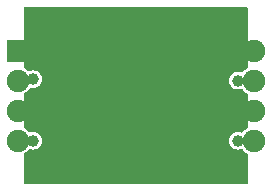
<source format=gbl>
%TF.GenerationSoftware,KiCad,Pcbnew,8.0.9-8.0.9-0~ubuntu24.04.1*%
%TF.CreationDate,2025-07-21T09:14:06-04:00*%
%TF.ProjectId,cap_multiplier_tile,6361705f-6d75-46c7-9469-706c6965725f,0.1.X*%
%TF.SameCoordinates,Original*%
%TF.FileFunction,Copper,L2,Bot*%
%TF.FilePolarity,Positive*%
%FSLAX46Y46*%
G04 Gerber Fmt 4.6, Leading zero omitted, Abs format (unit mm)*
G04 Created by KiCad (PCBNEW 8.0.9-8.0.9-0~ubuntu24.04.1) date 2025-07-21 09:14:06*
%MOMM*%
%LPD*%
G01*
G04 APERTURE LIST*
%TA.AperFunction,CastellatedPad*%
%ADD10R,1.900000X1.900000*%
%TD*%
%TA.AperFunction,CastellatedPad*%
%ADD11C,1.900000*%
%TD*%
%TA.AperFunction,TestPad*%
%ADD12C,1.000000*%
%TD*%
%TA.AperFunction,ViaPad*%
%ADD13C,0.600000*%
%TD*%
%TA.AperFunction,Conductor*%
%ADD14C,0.203200*%
%TD*%
%TA.AperFunction,Conductor*%
%ADD15C,0.200000*%
%TD*%
%TA.AperFunction,Conductor*%
%ADD16C,0.500000*%
%TD*%
G04 APERTURE END LIST*
D10*
%TO.P,J1,1,GND*%
%TO.N,GND*%
X-10000000Y3810000D03*
D11*
%TO.P,J1,2,V+IN*%
%TO.N,/V+IN*%
X-10000000Y1270000D03*
%TO.P,J1,3,GND*%
%TO.N,GND*%
X-10000000Y-1270000D03*
%TO.P,J1,4,V-IN*%
%TO.N,/V-IN*%
X-10000000Y-3810000D03*
%TO.P,J1,5,V-OUT*%
%TO.N,/V-OUT*%
X10000000Y-3810000D03*
%TO.P,J1,6,GND*%
%TO.N,GND*%
X10000000Y-1270000D03*
%TO.P,J1,7,V+OUT*%
%TO.N,/V+OUT*%
X10000000Y1270000D03*
%TO.P,J1,8,GND*%
%TO.N,GND*%
X10000000Y3810000D03*
%TD*%
D12*
%TO.P,TP4,1,1*%
%TO.N,GND*%
X-8700000Y3800000D03*
%TD*%
%TO.P,TP6,1,1*%
%TO.N,GND*%
X8600000Y3800000D03*
%TD*%
%TO.P,TP2,1,1*%
%TO.N,/V-OUT*%
X8650000Y-3800000D03*
%TD*%
%TO.P,TP3,1,1*%
%TO.N,GND*%
X8650000Y-1350000D03*
%TD*%
%TO.P,TP1,1,1*%
%TO.N,/V+OUT*%
X8650000Y1300000D03*
%TD*%
%TO.P,TP5,1,1*%
%TO.N,GND*%
X-8700000Y-1300000D03*
%TD*%
%TO.P,TP7,1,1*%
%TO.N,/V+IN*%
X-8700000Y1400000D03*
%TD*%
%TO.P,TP8,1,1*%
%TO.N,/V-IN*%
X-8700000Y-3800000D03*
%TD*%
D13*
%TO.N,GND*%
X-9100000Y-2500000D03*
X-625000Y7025000D03*
X8660000Y6150000D03*
X-8700000Y4500000D03*
X4350000Y2550000D03*
X1850000Y-6100000D03*
X6000000Y-4100000D03*
X50000Y-6200000D03*
X4300000Y-3750000D03*
X-6750000Y-600000D03*
X7250000Y-6900000D03*
X7200000Y4400000D03*
X-6900000Y-3500000D03*
X5200000Y6850000D03*
X6100000Y-600000D03*
X8600000Y-1350000D03*
X-550000Y6300000D03*
X-7437500Y650000D03*
X-7900000Y4100000D03*
X-8800000Y2500000D03*
X9000000Y2750000D03*
X-8700000Y-1150000D03*
X7200000Y3350000D03*
X4300000Y1550000D03*
X-6900000Y-2200000D03*
X3706164Y-3126024D03*
X-9000000Y-500000D03*
X-8700000Y-1900000D03*
X6950000Y6200000D03*
X-7000000Y3500000D03*
X6050000Y1550000D03*
X5150000Y-2900000D03*
X-881793Y-6155286D03*
X1050000Y-6100000D03*
X6900000Y-1300000D03*
X5200000Y5500000D03*
X9200000Y5500000D03*
X-596331Y5516259D03*
X5400000Y-600000D03*
X-6250000Y650000D03*
X9200000Y-2600000D03*
X8875000Y4875000D03*
X9050000Y-6850000D03*
X9200000Y0D03*
X8975000Y-5875000D03*
X-7600000Y-1600000D03*
X4494876Y-5135957D03*
X7250000Y-6250000D03*
X-7000000Y2400000D03*
X-8700000Y3200000D03*
%TD*%
D14*
%TO.N,GND*%
X-9990000Y3800000D02*
X-10000000Y3810000D01*
X8600000Y3800000D02*
X9990000Y3800000D01*
X-9970000Y-1300000D02*
X-10000000Y-1270000D01*
X9990000Y3800000D02*
X10000000Y3810000D01*
X-8700000Y-1300000D02*
X-9970000Y-1300000D01*
X-8700000Y3800000D02*
X-9990000Y3800000D01*
D15*
X-8950000Y3200000D02*
X-9560000Y3810000D01*
D14*
X-8700000Y3800000D02*
X-8200000Y3800000D01*
X-8200000Y3800000D02*
X-7900000Y4100000D01*
D16*
X8650000Y-1350000D02*
X9920000Y-1350000D01*
D14*
%TO.N,/V+IN*%
X-8700000Y1400000D02*
X-9870000Y1400000D01*
X-9870000Y1400000D02*
X-10000000Y1270000D01*
%TO.N,/V-IN*%
X-9990000Y-3800000D02*
X-10000000Y-3810000D01*
X-8700000Y-3800000D02*
X-9990000Y-3800000D01*
D16*
%TO.N,/V+OUT*%
X10000000Y1270000D02*
X8730000Y1270000D01*
X8650000Y1300000D02*
X9970000Y1300000D01*
%TO.N,/V-OUT*%
X8650000Y-3800000D02*
X9990000Y-3800000D01*
%TD*%
%TA.AperFunction,Conductor*%
%TO.N,GND*%
G36*
X9442539Y7479815D02*
G01*
X9488294Y7427011D01*
X9499500Y7375500D01*
X9499500Y2441164D01*
X9479815Y2374125D01*
X9440778Y2335737D01*
X9273436Y2232123D01*
X9109019Y2082238D01*
X9075291Y2037574D01*
X9019182Y1995939D01*
X8949470Y1991248D01*
X8935384Y1995260D01*
X8818057Y2036314D01*
X8650003Y2055249D01*
X8649997Y2055249D01*
X8481943Y2036315D01*
X8322305Y1980455D01*
X8322302Y1980453D01*
X8179115Y1890482D01*
X8179109Y1890477D01*
X8059523Y1770891D01*
X8059518Y1770885D01*
X7969547Y1627698D01*
X7969545Y1627695D01*
X7913685Y1468057D01*
X7894751Y1300003D01*
X7894751Y1299998D01*
X7913685Y1131944D01*
X7969545Y972306D01*
X7969547Y972303D01*
X8059518Y829116D01*
X8059523Y829110D01*
X8179109Y709524D01*
X8179115Y709519D01*
X8322302Y619548D01*
X8322305Y619546D01*
X8322309Y619545D01*
X8322310Y619544D01*
X8390278Y595761D01*
X8481943Y563686D01*
X8649997Y544751D01*
X8650000Y544751D01*
X8650003Y544751D01*
X8818059Y563687D01*
X8818060Y563687D01*
X8899543Y592199D01*
X8969322Y595761D01*
X9029949Y561033D01*
X9039452Y549885D01*
X9109020Y457762D01*
X9273437Y307877D01*
X9273439Y307875D01*
X9350042Y260445D01*
X9440777Y204264D01*
X9487413Y152238D01*
X9499500Y98838D01*
X9499500Y-2638836D01*
X9479815Y-2705875D01*
X9440778Y-2744263D01*
X9273436Y-2847877D01*
X9109019Y-2997762D01*
X9063344Y-3058246D01*
X9007235Y-3099881D01*
X8937523Y-3104572D01*
X8923438Y-3100560D01*
X8883887Y-3086721D01*
X8818056Y-3063685D01*
X8650003Y-3044751D01*
X8649997Y-3044751D01*
X8481943Y-3063685D01*
X8322305Y-3119545D01*
X8322302Y-3119547D01*
X8179115Y-3209518D01*
X8179109Y-3209523D01*
X8059523Y-3329109D01*
X8059518Y-3329115D01*
X7969547Y-3472302D01*
X7969545Y-3472305D01*
X7913685Y-3631943D01*
X7894751Y-3799997D01*
X7894751Y-3800002D01*
X7913685Y-3968056D01*
X7969545Y-4127694D01*
X7969547Y-4127697D01*
X8059518Y-4270884D01*
X8059523Y-4270890D01*
X8179109Y-4390476D01*
X8179115Y-4390481D01*
X8322302Y-4480452D01*
X8322305Y-4480454D01*
X8322309Y-4480455D01*
X8322310Y-4480456D01*
X8388509Y-4503620D01*
X8481943Y-4536314D01*
X8649997Y-4555249D01*
X8650000Y-4555249D01*
X8650003Y-4555249D01*
X8818056Y-4536314D01*
X8870003Y-4518137D01*
X8911490Y-4503619D01*
X8981269Y-4500059D01*
X9041896Y-4534788D01*
X9051399Y-4545935D01*
X9109020Y-4622238D01*
X9273437Y-4772123D01*
X9273439Y-4772125D01*
X9350042Y-4819555D01*
X9440777Y-4875736D01*
X9487413Y-4927762D01*
X9499500Y-4981162D01*
X9499500Y-7375500D01*
X9479815Y-7442539D01*
X9427011Y-7488294D01*
X9375500Y-7499500D01*
X-9375500Y-7499500D01*
X-9442539Y-7479815D01*
X-9488294Y-7427011D01*
X-9499500Y-7375500D01*
X-9499500Y-4981162D01*
X-9479815Y-4914123D01*
X-9440779Y-4875736D01*
X-9273438Y-4772124D01*
X-9109019Y-4622236D01*
X-9061850Y-4559773D01*
X-9005743Y-4518137D01*
X-8936031Y-4513444D01*
X-8921958Y-4517453D01*
X-8868059Y-4536313D01*
X-8868058Y-4536313D01*
X-8868055Y-4536314D01*
X-8700003Y-4555249D01*
X-8700000Y-4555249D01*
X-8699997Y-4555249D01*
X-8531944Y-4536314D01*
X-8479997Y-4518137D01*
X-8372310Y-4480456D01*
X-8372308Y-4480454D01*
X-8372306Y-4480454D01*
X-8372303Y-4480452D01*
X-8229116Y-4390481D01*
X-8229115Y-4390480D01*
X-8229110Y-4390477D01*
X-8109523Y-4270890D01*
X-8019548Y-4127697D01*
X-8019546Y-4127694D01*
X-8019546Y-4127692D01*
X-8019544Y-4127690D01*
X-7963687Y-3968059D01*
X-7963687Y-3968058D01*
X-7963686Y-3968056D01*
X-7944751Y-3800002D01*
X-7944751Y-3799997D01*
X-7963686Y-3631943D01*
X-8019546Y-3472305D01*
X-8019548Y-3472302D01*
X-8109519Y-3329115D01*
X-8109524Y-3329109D01*
X-8229110Y-3209523D01*
X-8229116Y-3209518D01*
X-8372303Y-3119547D01*
X-8372306Y-3119545D01*
X-8531944Y-3063685D01*
X-8699997Y-3044751D01*
X-8700003Y-3044751D01*
X-8868055Y-3063685D01*
X-8868062Y-3063687D01*
X-8933890Y-3086721D01*
X-9003669Y-3090282D01*
X-9064296Y-3055552D01*
X-9073797Y-3044405D01*
X-9109018Y-2997765D01*
X-9109020Y-2997762D01*
X-9273437Y-2847877D01*
X-9273438Y-2847876D01*
X-9322063Y-2817768D01*
X-9440778Y-2744263D01*
X-9487413Y-2692235D01*
X-9499500Y-2638836D01*
X-9499500Y98838D01*
X-9479815Y165877D01*
X-9440779Y204264D01*
X-9273438Y307876D01*
X-9109019Y457764D01*
X-8989290Y616312D01*
X-8933184Y657946D01*
X-8875275Y661844D01*
X-8874979Y664466D01*
X-8700003Y644751D01*
X-8700000Y644751D01*
X-8699997Y644751D01*
X-8531944Y663686D01*
X-8529715Y664466D01*
X-8372310Y719544D01*
X-8372308Y719546D01*
X-8372306Y719546D01*
X-8372303Y719548D01*
X-8229116Y809519D01*
X-8229115Y809520D01*
X-8229110Y809523D01*
X-8109523Y929110D01*
X-8082378Y972310D01*
X-8019548Y1072303D01*
X-8019546Y1072306D01*
X-8019546Y1072308D01*
X-8019544Y1072310D01*
X-7963687Y1231941D01*
X-7963687Y1231942D01*
X-7963686Y1231944D01*
X-7944751Y1399998D01*
X-7944751Y1400003D01*
X-7963686Y1568057D01*
X-8019546Y1727695D01*
X-8019548Y1727698D01*
X-8109519Y1870885D01*
X-8109524Y1870891D01*
X-8229110Y1990477D01*
X-8229116Y1990482D01*
X-8372303Y2080453D01*
X-8372306Y2080455D01*
X-8531944Y2136315D01*
X-8699997Y2155249D01*
X-8700003Y2155249D01*
X-8868058Y2136314D01*
X-9015226Y2084818D01*
X-9085005Y2081257D01*
X-9139718Y2110223D01*
X-9273437Y2232123D01*
X-9273438Y2232124D01*
X-9322063Y2262232D01*
X-9440778Y2335737D01*
X-9487413Y2387765D01*
X-9499500Y2441164D01*
X-9499500Y7375500D01*
X-9479815Y7442539D01*
X-9427011Y7488294D01*
X-9375500Y7499500D01*
X9375500Y7499500D01*
X9442539Y7479815D01*
G37*
%TD.AperFunction*%
%TD*%
M02*

</source>
